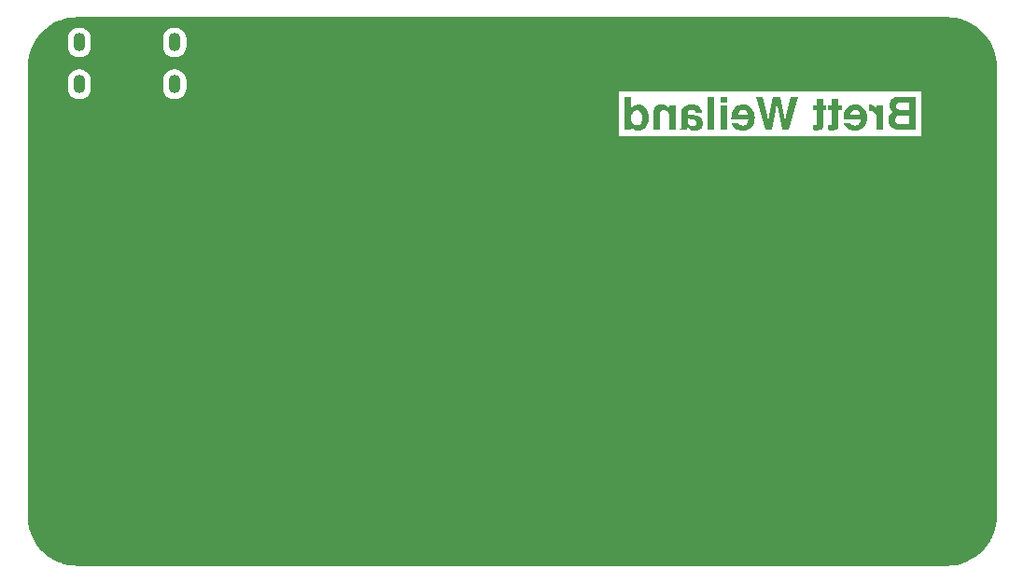
<source format=gbl>
%TF.GenerationSoftware,KiCad,Pcbnew,9.0.2*%
%TF.CreationDate,2025-07-13T16:06:34-05:00*%
%TF.ProjectId,stm32card,73746d33-3263-4617-9264-2e6b69636164,rev?*%
%TF.SameCoordinates,Original*%
%TF.FileFunction,Copper,L2,Bot*%
%TF.FilePolarity,Positive*%
%FSLAX46Y46*%
G04 Gerber Fmt 4.6, Leading zero omitted, Abs format (unit mm)*
G04 Created by KiCad (PCBNEW 9.0.2) date 2025-07-13 16:06:34*
%MOMM*%
%LPD*%
G01*
G04 APERTURE LIST*
%ADD10C,0.200000*%
%TA.AperFunction,ComponentPad*%
%ADD11O,1.100000X1.700000*%
%TD*%
%TA.AperFunction,ViaPad*%
%ADD12C,0.600000*%
%TD*%
G04 APERTURE END LIST*
D10*
G36*
X213619333Y-92270705D02*
G01*
X212250413Y-92270705D01*
X212023575Y-92260135D01*
X211821034Y-92229855D01*
X211634163Y-92170521D01*
X211477751Y-92078363D01*
X211359708Y-91971345D01*
X211262512Y-91841142D01*
X211187838Y-91694214D01*
X211142737Y-91534985D01*
X211127324Y-91360289D01*
X211130436Y-91322554D01*
X211764614Y-91322554D01*
X211778905Y-91459025D01*
X211818016Y-91563128D01*
X211879502Y-91642460D01*
X211965382Y-91701374D01*
X212088427Y-91739735D01*
X212274960Y-91754864D01*
X213016847Y-91754864D01*
X213016847Y-90945931D01*
X212264702Y-90945931D01*
X212079947Y-90961569D01*
X211959337Y-90997405D01*
X211874093Y-91050951D01*
X211814701Y-91120608D01*
X211777855Y-91209199D01*
X211764614Y-91322554D01*
X211130436Y-91322554D01*
X211141320Y-91190562D01*
X211181188Y-91044713D01*
X211245293Y-90918454D01*
X211334643Y-90809722D01*
X211449641Y-90721289D01*
X211594621Y-90652474D01*
X211456480Y-90566392D01*
X211365094Y-90479550D01*
X211289929Y-90359797D01*
X211242624Y-90213143D01*
X211231499Y-90094501D01*
X211828179Y-90094501D01*
X211843751Y-90217536D01*
X211885674Y-90304646D01*
X211952193Y-90365427D01*
X212038178Y-90406127D01*
X212144242Y-90432341D01*
X212274960Y-90441814D01*
X213016847Y-90441814D01*
X213016847Y-89761842D01*
X212352812Y-89761842D01*
X212143894Y-89775141D01*
X211992127Y-89810019D01*
X211902689Y-89870566D01*
X211848263Y-89961633D01*
X211828179Y-90094501D01*
X211231499Y-90094501D01*
X211225693Y-90032585D01*
X211241937Y-89857348D01*
X211288701Y-89704379D01*
X211365094Y-89569318D01*
X211463933Y-89461402D01*
X211587120Y-89374568D01*
X211738784Y-89308317D01*
X211924718Y-89264264D01*
X212152045Y-89246001D01*
X213619333Y-89246001D01*
X213619333Y-92270705D01*
G37*
G36*
X209432889Y-89972868D02*
G01*
X209405412Y-89972868D01*
X209355037Y-89972868D01*
X209355037Y-90570774D01*
X209453405Y-90570774D01*
X209523015Y-90570774D01*
X209696953Y-90587649D01*
X209827714Y-90633361D01*
X209925465Y-90704074D01*
X209996540Y-90801034D01*
X210030818Y-90890614D01*
X210054868Y-91019576D01*
X210064135Y-91199822D01*
X210064135Y-92270705D01*
X210652332Y-92270705D01*
X210652332Y-90031486D01*
X210094909Y-90031486D01*
X210094909Y-90421114D01*
X209957642Y-90216824D01*
X209859154Y-90111903D01*
X209742770Y-90036491D01*
X209602744Y-89989535D01*
X209432889Y-89972868D01*
G37*
G36*
X208362092Y-89993341D02*
G01*
X208562502Y-90052172D01*
X208739088Y-90147920D01*
X208895799Y-90282446D01*
X209018790Y-90444636D01*
X209110258Y-90641878D01*
X209168790Y-90881387D01*
X209189806Y-91172344D01*
X209174170Y-91427066D01*
X209130759Y-91637052D01*
X209063537Y-91809719D01*
X208974580Y-91951246D01*
X208863925Y-92066273D01*
X208693376Y-92187269D01*
X208512949Y-92272353D01*
X208320163Y-92323611D01*
X208111779Y-92341046D01*
X207904787Y-92326698D01*
X207724762Y-92285798D01*
X207567483Y-92220417D01*
X207429541Y-92131022D01*
X207308526Y-92016448D01*
X207198426Y-91872951D01*
X207131938Y-91739946D01*
X207101530Y-91614180D01*
X207697971Y-91614180D01*
X207750630Y-91705204D01*
X207806598Y-91768969D01*
X207887123Y-91825193D01*
X207983330Y-91859859D01*
X208099506Y-91872100D01*
X208210249Y-91862117D01*
X208306341Y-91833479D01*
X208390583Y-91786920D01*
X208474071Y-91710836D01*
X208537679Y-91610077D01*
X208581271Y-91478943D01*
X208601608Y-91309365D01*
X207072770Y-91309365D01*
X207076134Y-91037744D01*
X207086374Y-90922484D01*
X207679470Y-90922484D01*
X208587320Y-90922484D01*
X208557152Y-90782510D01*
X208509890Y-90669960D01*
X208447003Y-90579933D01*
X208364785Y-90511157D01*
X208261961Y-90468703D01*
X208132296Y-90453538D01*
X208012738Y-90467260D01*
X207909844Y-90506909D01*
X207819787Y-90572789D01*
X207750829Y-90660053D01*
X207703342Y-90774141D01*
X207679470Y-90922484D01*
X207086374Y-90922484D01*
X207091272Y-90867346D01*
X207128432Y-90696543D01*
X207185323Y-90543822D01*
X207261448Y-90406826D01*
X207368983Y-90268109D01*
X207491493Y-90159256D01*
X207630377Y-90077282D01*
X207782426Y-90020132D01*
X207948897Y-89984984D01*
X208132296Y-89972868D01*
X208362092Y-89993341D01*
G37*
G36*
X206910105Y-90465261D02*
G01*
X206910105Y-90054933D01*
X206598695Y-90054933D01*
X206598695Y-89421856D01*
X206020755Y-89421856D01*
X206020755Y-90054933D01*
X205657872Y-90054933D01*
X205657872Y-90465261D01*
X206020755Y-90465261D01*
X206020755Y-91653930D01*
X206009434Y-91777784D01*
X205985951Y-91826305D01*
X205932274Y-91848709D01*
X205772727Y-91860377D01*
X205716307Y-91857446D01*
X205657872Y-91848653D01*
X205657872Y-92282428D01*
X205934660Y-92305875D01*
X206149436Y-92299948D01*
X206307086Y-92270301D01*
X206420574Y-92223031D01*
X206500326Y-92161345D01*
X206552084Y-92087795D01*
X206586023Y-91986911D01*
X206598695Y-91849935D01*
X206598695Y-90465261D01*
X206910105Y-90465261D01*
G37*
G36*
X205512059Y-90465261D02*
G01*
X205512059Y-90054933D01*
X205200649Y-90054933D01*
X205200649Y-89421856D01*
X204622709Y-89421856D01*
X204622709Y-90054933D01*
X204259825Y-90054933D01*
X204259825Y-90465261D01*
X204622709Y-90465261D01*
X204622709Y-91653930D01*
X204611388Y-91777784D01*
X204587905Y-91826305D01*
X204534228Y-91848709D01*
X204374681Y-91860377D01*
X204318261Y-91857446D01*
X204259825Y-91848653D01*
X204259825Y-92282428D01*
X204536614Y-92305875D01*
X204751390Y-92299948D01*
X204909040Y-92270301D01*
X205022527Y-92223031D01*
X205102280Y-92161345D01*
X205154038Y-92087795D01*
X205187977Y-91986911D01*
X205200649Y-91849935D01*
X205200649Y-90465261D01*
X205512059Y-90465261D01*
G37*
G36*
X202258927Y-89246001D02*
G01*
X201859224Y-90977988D01*
X201773311Y-91460124D01*
X201685201Y-90988246D01*
X201344848Y-89246001D01*
X200678798Y-89246001D01*
X200320310Y-90977988D01*
X200227987Y-91460124D01*
X200135846Y-90996306D01*
X199732113Y-89246001D01*
X199090609Y-89246001D01*
X199941123Y-92270705D01*
X200543609Y-92270705D01*
X200908325Y-90501898D01*
X201014937Y-89916997D01*
X201121549Y-90501898D01*
X201486265Y-92270705D01*
X202072448Y-92270705D01*
X202929007Y-89246001D01*
X202258927Y-89246001D01*
G37*
G36*
X198177165Y-89993341D02*
G01*
X198377575Y-90052172D01*
X198554161Y-90147920D01*
X198710872Y-90282446D01*
X198833864Y-90444636D01*
X198925331Y-90641878D01*
X198983863Y-90881387D01*
X199004880Y-91172344D01*
X198989244Y-91427066D01*
X198945833Y-91637052D01*
X198878611Y-91809719D01*
X198789653Y-91951246D01*
X198678999Y-92066273D01*
X198508450Y-92187269D01*
X198328022Y-92272353D01*
X198135236Y-92323611D01*
X197926853Y-92341046D01*
X197719860Y-92326698D01*
X197539835Y-92285798D01*
X197382556Y-92220417D01*
X197244614Y-92131022D01*
X197123599Y-92016448D01*
X197013499Y-91872951D01*
X196947011Y-91739946D01*
X196916603Y-91614180D01*
X197513044Y-91614180D01*
X197565703Y-91705204D01*
X197621671Y-91768969D01*
X197702196Y-91825193D01*
X197798403Y-91859859D01*
X197914579Y-91872100D01*
X198025322Y-91862117D01*
X198121414Y-91833479D01*
X198205656Y-91786920D01*
X198289145Y-91710836D01*
X198352752Y-91610077D01*
X198396344Y-91478943D01*
X198416682Y-91309365D01*
X196887844Y-91309365D01*
X196891208Y-91037744D01*
X196901447Y-90922484D01*
X197494543Y-90922484D01*
X198402393Y-90922484D01*
X198372225Y-90782510D01*
X198324963Y-90669960D01*
X198262076Y-90579933D01*
X198179858Y-90511157D01*
X198077034Y-90468703D01*
X197947369Y-90453538D01*
X197827811Y-90467260D01*
X197724917Y-90506909D01*
X197634860Y-90572789D01*
X197565902Y-90660053D01*
X197518416Y-90774141D01*
X197494543Y-90922484D01*
X196901447Y-90922484D01*
X196906345Y-90867346D01*
X196943506Y-90696543D01*
X197000396Y-90543822D01*
X197076521Y-90406826D01*
X197184056Y-90268109D01*
X197306566Y-90159256D01*
X197445450Y-90077282D01*
X197597500Y-90020132D01*
X197763970Y-89984984D01*
X197947369Y-89972868D01*
X198177165Y-89993341D01*
G37*
G36*
X195895180Y-89773566D02*
G01*
X196487407Y-89773566D01*
X196487407Y-89246001D01*
X195895180Y-89246001D01*
X195895180Y-89773566D01*
G37*
G36*
X196487407Y-90031486D02*
G01*
X195895180Y-90031486D01*
X195895180Y-92270705D01*
X196487407Y-92270705D01*
X196487407Y-90031486D01*
G37*
G36*
X194732706Y-92270705D02*
G01*
X195316874Y-92270705D01*
X195316874Y-89246001D01*
X194732706Y-89246001D01*
X194732706Y-92270705D01*
G37*
G36*
X193516265Y-89987225D02*
G01*
X193705324Y-90026817D01*
X193858133Y-90087679D01*
X193980988Y-90167716D01*
X194078562Y-90266875D01*
X194159212Y-90398906D01*
X194214484Y-90556941D01*
X194242510Y-90746629D01*
X193679042Y-90746629D01*
X193646725Y-90628056D01*
X193596977Y-90543480D01*
X193532232Y-90490307D01*
X193438148Y-90455155D01*
X193304068Y-90441814D01*
X193132188Y-90456869D01*
X193024349Y-90494387D01*
X192972718Y-90537195D01*
X192940713Y-90598520D01*
X192928911Y-90685080D01*
X192942235Y-90752852D01*
X192981828Y-90807462D01*
X193053841Y-90852142D01*
X193135637Y-90878003D01*
X193285567Y-90903799D01*
X193484320Y-90928529D01*
X193709282Y-90967788D01*
X193876138Y-91016944D01*
X193996680Y-91072877D01*
X194110715Y-91155974D01*
X194197832Y-91254879D01*
X194260880Y-91371442D01*
X194300349Y-91509185D01*
X194314318Y-91672981D01*
X194300712Y-91830700D01*
X194262354Y-91962542D01*
X194201174Y-92073417D01*
X194116664Y-92166840D01*
X193976008Y-92262138D01*
X193811127Y-92320559D01*
X193615478Y-92341046D01*
X193459894Y-92328599D01*
X193318670Y-92292337D01*
X193189213Y-92232786D01*
X193040128Y-92130957D01*
X192910410Y-92010403D01*
X192894107Y-92144675D01*
X192857287Y-92270705D01*
X192221828Y-92270705D01*
X192221828Y-92200363D01*
X192273326Y-92167659D01*
X192308107Y-92129471D01*
X192329072Y-92075992D01*
X192342912Y-91965889D01*
X192346942Y-91705404D01*
X192346942Y-91397292D01*
X192930926Y-91397292D01*
X192945901Y-91546778D01*
X192980208Y-91659903D01*
X193030462Y-91744612D01*
X193095973Y-91806704D01*
X193206125Y-91869520D01*
X193321132Y-91906562D01*
X193443287Y-91918995D01*
X193554541Y-91901642D01*
X193645153Y-91851401D01*
X193689211Y-91800451D01*
X193717579Y-91729629D01*
X193728135Y-91632132D01*
X193712373Y-91526191D01*
X193667826Y-91444358D01*
X193592947Y-91380623D01*
X193498811Y-91340175D01*
X193328615Y-91299473D01*
X193197456Y-91274560D01*
X193042667Y-91234077D01*
X192930926Y-91176924D01*
X192930926Y-91397292D01*
X192346942Y-91397292D01*
X192346942Y-90672257D01*
X192367323Y-90473096D01*
X192423044Y-90321083D01*
X192510377Y-90205228D01*
X192631790Y-90119047D01*
X192826549Y-90039167D01*
X193042432Y-89989917D01*
X193283369Y-89972868D01*
X193516265Y-89987225D01*
G37*
G36*
X190591874Y-89972868D02*
G01*
X190367256Y-89994407D01*
X190181000Y-90055174D01*
X190025291Y-90152753D01*
X189934468Y-90249844D01*
X189866095Y-90377295D01*
X189821371Y-90542565D01*
X189804923Y-90755605D01*
X189804923Y-92270705D01*
X190403379Y-92270705D01*
X190403379Y-90900136D01*
X190416822Y-90733684D01*
X190450457Y-90627194D01*
X190501654Y-90552882D01*
X190570417Y-90499695D01*
X190660479Y-90465884D01*
X190778353Y-90453538D01*
X190919887Y-90470629D01*
X191030853Y-90518357D01*
X191118505Y-90595789D01*
X191186116Y-90707795D01*
X191227745Y-90852848D01*
X191243452Y-91051078D01*
X191243452Y-92270705D01*
X191825605Y-92270705D01*
X191825605Y-90031486D01*
X191261954Y-90031486D01*
X191261954Y-90352604D01*
X191145471Y-90198058D01*
X191048913Y-90106957D01*
X190922372Y-90034347D01*
X190771945Y-89988954D01*
X190591874Y-89972868D01*
G37*
G36*
X187824358Y-90312671D02*
G01*
X187938090Y-90170009D01*
X188080630Y-90062993D01*
X188188975Y-90013556D01*
X188308368Y-89983300D01*
X188441132Y-89972868D01*
X188654658Y-89994356D01*
X188839573Y-90056210D01*
X189001844Y-90157715D01*
X189145284Y-90302412D01*
X189255200Y-90472169D01*
X189337298Y-90674979D01*
X189389768Y-90917164D01*
X189408517Y-91206416D01*
X189390354Y-91453878D01*
X189338511Y-91669119D01*
X189255364Y-91857397D01*
X189141071Y-92022859D01*
X188996038Y-92164897D01*
X188840020Y-92262750D01*
X188670207Y-92321146D01*
X188482165Y-92341046D01*
X188325753Y-92330287D01*
X188194675Y-92300127D01*
X188084660Y-92252753D01*
X187985651Y-92185164D01*
X187890840Y-92092269D01*
X187799811Y-91969919D01*
X187799811Y-92270705D01*
X187232130Y-92270705D01*
X187232130Y-91190113D01*
X187808055Y-91190113D01*
X187823852Y-91384248D01*
X187867901Y-91543207D01*
X187937198Y-91673714D01*
X188008989Y-91755203D01*
X188093788Y-91812599D01*
X188194129Y-91847936D01*
X188314187Y-91860377D01*
X188434284Y-91847765D01*
X188533272Y-91812123D01*
X188615685Y-91754442D01*
X188684215Y-91672615D01*
X188748872Y-91541856D01*
X188790780Y-91377498D01*
X188806031Y-91171429D01*
X188791559Y-90980895D01*
X188750801Y-90820481D01*
X188686230Y-90684897D01*
X188618097Y-90599414D01*
X188534979Y-90539210D01*
X188433997Y-90501942D01*
X188310157Y-90488709D01*
X188202113Y-90500837D01*
X188104652Y-90536503D01*
X188015051Y-90596603D01*
X187930112Y-90692177D01*
X187865801Y-90817653D01*
X187823595Y-90980415D01*
X187808055Y-91190113D01*
X187232130Y-91190113D01*
X187232130Y-89246001D01*
X187824358Y-89246001D01*
X187824358Y-90312671D01*
G37*
D11*
%TO.P,J1,SH1*%
%TO.N,N/C*%
X146394466Y-88130000D03*
%TO.P,J1,SH2*%
X146394466Y-84330000D03*
%TO.P,J1,SH3*%
X137754466Y-88130000D03*
%TO.P,J1,SH4*%
X137754466Y-84330000D03*
%TD*%
D12*
%TO.N,GND*%
X158916359Y-119650083D03*
X158942524Y-124466081D03*
X152584938Y-117979096D03*
X155595108Y-118009222D03*
X157946956Y-90598344D03*
X152033625Y-91911028D03*
X166274878Y-84324324D03*
X149013148Y-97243090D03*
X153357396Y-116219587D03*
X158972471Y-111099870D03*
X152485096Y-107869279D03*
X160764492Y-107195974D03*
X159063103Y-114460088D03*
X155524703Y-126021147D03*
X157430120Y-127765370D03*
X165214859Y-126721370D03*
X174846241Y-121979062D03*
X176199643Y-104035534D03*
X169057760Y-124580880D03*
X156894461Y-111915048D03*
X177516540Y-116398550D03*
X176199643Y-102635534D03*
X182290644Y-120535261D03*
X169851399Y-128690445D03*
X142831133Y-92805534D03*
X182194361Y-122410210D03*
X176171148Y-106135534D03*
X182306799Y-118016635D03*
X144821338Y-86750857D03*
X141331133Y-92805534D03*
X173978553Y-125380962D03*
X139328918Y-86794310D03*
X167264504Y-117363432D03*
X181015522Y-123111621D03*
X176964712Y-128478655D03*
X170163611Y-115257278D03*
%TD*%
%TA.AperFunction,Conductor*%
%TO.N,GND*%
G36*
X216398577Y-82036035D02*
G01*
X216461766Y-82036034D01*
X216467171Y-82036151D01*
X216815625Y-82051363D01*
X216821597Y-82051769D01*
X216902062Y-82059226D01*
X216906768Y-82059754D01*
X217211663Y-82099892D01*
X217218202Y-82100933D01*
X217292905Y-82114897D01*
X217296808Y-82115694D01*
X217602641Y-82183494D01*
X217609707Y-82185281D01*
X217673974Y-82203567D01*
X217677319Y-82204569D01*
X217985278Y-82301667D01*
X217992705Y-82304274D01*
X218040739Y-82322882D01*
X218043274Y-82323898D01*
X218356329Y-82453569D01*
X218364102Y-82457108D01*
X218386553Y-82468287D01*
X218388204Y-82469128D01*
X218709395Y-82636329D01*
X218709416Y-82636340D01*
X218718783Y-82641747D01*
X219040698Y-82846829D01*
X219040719Y-82846842D01*
X219049580Y-82853047D01*
X219352404Y-83085412D01*
X219360685Y-83092361D01*
X219642110Y-83350240D01*
X219649759Y-83357889D01*
X219907638Y-83639314D01*
X219914592Y-83647601D01*
X220146952Y-83950419D01*
X220153157Y-83959280D01*
X220358248Y-84281210D01*
X220363656Y-84290578D01*
X220530793Y-84611647D01*
X220531805Y-84613633D01*
X220542880Y-84635875D01*
X220546440Y-84643694D01*
X220676074Y-84956662D01*
X220677139Y-84959318D01*
X220695708Y-85007248D01*
X220698343Y-85014757D01*
X220795424Y-85322665D01*
X220796429Y-85326016D01*
X220814715Y-85390281D01*
X220816510Y-85397379D01*
X220884287Y-85703110D01*
X220885115Y-85707164D01*
X220899060Y-85781766D01*
X220900110Y-85788365D01*
X220940243Y-86093219D01*
X220940775Y-86097962D01*
X220948226Y-86178369D01*
X220948637Y-86184403D01*
X220963847Y-86532827D01*
X220963965Y-86538235D01*
X220963965Y-86611410D01*
X220963966Y-86611423D01*
X220963966Y-127332823D01*
X220963848Y-127338233D01*
X220948633Y-127686637D01*
X220948222Y-127692667D01*
X220940770Y-127773096D01*
X220940238Y-127777842D01*
X220900108Y-128082643D01*
X220899058Y-128089242D01*
X220885093Y-128163947D01*
X220884265Y-128168001D01*
X220816510Y-128473619D01*
X220814715Y-128480714D01*
X220796384Y-128545141D01*
X220795379Y-128548495D01*
X220698357Y-128856204D01*
X220695723Y-128863709D01*
X220677022Y-128911983D01*
X220675956Y-128914643D01*
X220546477Y-129227232D01*
X220542916Y-129235051D01*
X220531511Y-129257955D01*
X220530501Y-129259940D01*
X220490534Y-129336716D01*
X220363628Y-129580499D01*
X220358227Y-129589853D01*
X220153142Y-129911771D01*
X220146938Y-129920632D01*
X219914572Y-130223458D01*
X219907619Y-130231745D01*
X219649741Y-130513171D01*
X219642092Y-130520820D01*
X219360667Y-130778701D01*
X219352380Y-130785654D01*
X219049563Y-131018016D01*
X219040702Y-131024221D01*
X218718772Y-131229316D01*
X218709403Y-131234725D01*
X218391137Y-131400405D01*
X218389150Y-131401417D01*
X218363361Y-131414258D01*
X218355545Y-131417818D01*
X218045846Y-131546103D01*
X218043186Y-131547169D01*
X217991769Y-131567088D01*
X217984264Y-131569721D01*
X217679797Y-131665723D01*
X217676443Y-131666729D01*
X217608469Y-131686070D01*
X217601373Y-131687864D01*
X217299284Y-131754838D01*
X217295229Y-131755667D01*
X217216696Y-131770347D01*
X217210099Y-131771397D01*
X216909075Y-131811031D01*
X216904329Y-131811563D01*
X216819749Y-131819400D01*
X216813719Y-131819811D01*
X216467894Y-131834916D01*
X216462483Y-131835034D01*
X137567177Y-131835034D01*
X137561767Y-131834916D01*
X137214749Y-131819762D01*
X137208718Y-131819351D01*
X137125163Y-131811609D01*
X137120418Y-131811077D01*
X136818576Y-131771337D01*
X136811977Y-131770287D01*
X136734116Y-131755732D01*
X136730062Y-131754904D01*
X136427451Y-131687815D01*
X136420355Y-131686020D01*
X136352685Y-131666766D01*
X136349332Y-131665761D01*
X136044703Y-131569711D01*
X136037214Y-131567082D01*
X135985592Y-131547084D01*
X135982935Y-131546019D01*
X135673549Y-131417867D01*
X135665727Y-131414304D01*
X135639186Y-131401087D01*
X135637204Y-131400078D01*
X135376627Y-131264431D01*
X135319516Y-131234700D01*
X135310170Y-131229305D01*
X134988236Y-131024209D01*
X134979383Y-131018010D01*
X134676540Y-130785630D01*
X134668253Y-130778676D01*
X134386840Y-130520808D01*
X134379191Y-130513159D01*
X134121323Y-130231746D01*
X134114369Y-130223459D01*
X133881989Y-129920616D01*
X133875785Y-129911755D01*
X133670704Y-129589844D01*
X133665295Y-129580476D01*
X133499847Y-129262655D01*
X133498967Y-129260928D01*
X133485681Y-129234246D01*
X133482144Y-129226480D01*
X133353986Y-128917079D01*
X133352921Y-128914421D01*
X133332911Y-128862769D01*
X133330293Y-128855309D01*
X133234239Y-128550671D01*
X133233237Y-128547329D01*
X133213968Y-128479606D01*
X133212191Y-128472581D01*
X133145086Y-128169894D01*
X133144272Y-128165911D01*
X133129707Y-128087998D01*
X133128666Y-128081454D01*
X133088915Y-127779530D01*
X133088393Y-127774875D01*
X133080648Y-127691285D01*
X133080237Y-127685254D01*
X133065084Y-127338233D01*
X133064966Y-127332824D01*
X133064966Y-92846534D01*
X186726630Y-92846534D01*
X214124833Y-92846534D01*
X214124833Y-88740501D01*
X186726630Y-88740501D01*
X186726630Y-92846534D01*
X133064966Y-92846534D01*
X133064966Y-87726530D01*
X136703966Y-87726530D01*
X136703966Y-88533469D01*
X136744334Y-88736412D01*
X136744336Y-88736420D01*
X136823524Y-88927596D01*
X136938490Y-89099657D01*
X137084808Y-89245975D01*
X137084811Y-89245977D01*
X137256868Y-89360941D01*
X137448046Y-89440130D01*
X137650996Y-89480499D01*
X137651000Y-89480500D01*
X137651001Y-89480500D01*
X137857932Y-89480500D01*
X137857933Y-89480499D01*
X138060886Y-89440130D01*
X138252064Y-89360941D01*
X138424121Y-89245977D01*
X138570443Y-89099655D01*
X138685407Y-88927598D01*
X138764596Y-88736420D01*
X138804966Y-88533465D01*
X138804966Y-87726535D01*
X138804965Y-87726530D01*
X145343966Y-87726530D01*
X145343966Y-88533469D01*
X145384334Y-88736412D01*
X145384336Y-88736420D01*
X145463524Y-88927596D01*
X145578490Y-89099657D01*
X145724808Y-89245975D01*
X145724811Y-89245977D01*
X145896868Y-89360941D01*
X146088046Y-89440130D01*
X146290996Y-89480499D01*
X146291000Y-89480500D01*
X146291001Y-89480500D01*
X146497932Y-89480500D01*
X146497933Y-89480499D01*
X146700886Y-89440130D01*
X146892064Y-89360941D01*
X147064121Y-89245977D01*
X147210443Y-89099655D01*
X147325407Y-88927598D01*
X147404596Y-88736420D01*
X147444966Y-88533465D01*
X147444966Y-87726535D01*
X147404596Y-87523580D01*
X147325407Y-87332402D01*
X147210443Y-87160345D01*
X147210441Y-87160342D01*
X147064123Y-87014024D01*
X146978092Y-86956541D01*
X146892064Y-86899059D01*
X146700886Y-86819870D01*
X146700878Y-86819868D01*
X146497935Y-86779500D01*
X146497931Y-86779500D01*
X146291001Y-86779500D01*
X146290996Y-86779500D01*
X146088053Y-86819868D01*
X146088045Y-86819870D01*
X145896869Y-86899058D01*
X145724808Y-87014024D01*
X145578490Y-87160342D01*
X145463524Y-87332403D01*
X145384336Y-87523579D01*
X145384334Y-87523587D01*
X145343966Y-87726530D01*
X138804965Y-87726530D01*
X138764596Y-87523580D01*
X138685407Y-87332402D01*
X138570443Y-87160345D01*
X138570441Y-87160342D01*
X138424123Y-87014024D01*
X138338092Y-86956541D01*
X138252064Y-86899059D01*
X138060886Y-86819870D01*
X138060878Y-86819868D01*
X137857935Y-86779500D01*
X137857931Y-86779500D01*
X137651001Y-86779500D01*
X137650996Y-86779500D01*
X137448053Y-86819868D01*
X137448045Y-86819870D01*
X137256869Y-86899058D01*
X137084808Y-87014024D01*
X136938490Y-87160342D01*
X136823524Y-87332403D01*
X136744336Y-87523579D01*
X136744334Y-87523587D01*
X136703966Y-87726530D01*
X133064966Y-87726530D01*
X133064966Y-86601421D01*
X133064967Y-86601418D01*
X133064966Y-86538225D01*
X133065084Y-86532821D01*
X133080359Y-86182836D01*
X133080770Y-86176802D01*
X133087904Y-86099816D01*
X133088421Y-86095206D01*
X133128994Y-85786994D01*
X133130027Y-85780500D01*
X133143377Y-85709087D01*
X133144157Y-85705270D01*
X133212670Y-85396209D01*
X133214438Y-85389217D01*
X133231805Y-85328181D01*
X133232774Y-85324949D01*
X133330893Y-85013747D01*
X133333494Y-85006335D01*
X133350759Y-84961768D01*
X133351742Y-84959318D01*
X133482838Y-84642812D01*
X133486353Y-84635095D01*
X133495635Y-84616456D01*
X133496496Y-84614763D01*
X133665267Y-84290553D01*
X133670662Y-84281210D01*
X133875767Y-83959255D01*
X133881957Y-83950416D01*
X133900285Y-83926530D01*
X136703966Y-83926530D01*
X136703966Y-84733469D01*
X136744334Y-84936412D01*
X136744336Y-84936420D01*
X136823524Y-85127596D01*
X136938490Y-85299657D01*
X137084808Y-85445975D01*
X137084811Y-85445977D01*
X137256868Y-85560941D01*
X137448046Y-85640130D01*
X137650996Y-85680499D01*
X137651000Y-85680500D01*
X137651001Y-85680500D01*
X137857932Y-85680500D01*
X137857933Y-85680499D01*
X138060886Y-85640130D01*
X138252064Y-85560941D01*
X138424121Y-85445977D01*
X138570443Y-85299655D01*
X138685407Y-85127598D01*
X138764596Y-84936420D01*
X138804966Y-84733465D01*
X138804966Y-83926535D01*
X138804965Y-83926530D01*
X145343966Y-83926530D01*
X145343966Y-84733469D01*
X145384334Y-84936412D01*
X145384336Y-84936420D01*
X145463524Y-85127596D01*
X145578490Y-85299657D01*
X145724808Y-85445975D01*
X145724811Y-85445977D01*
X145896868Y-85560941D01*
X146088046Y-85640130D01*
X146290996Y-85680499D01*
X146291000Y-85680500D01*
X146291001Y-85680500D01*
X146497932Y-85680500D01*
X146497933Y-85680499D01*
X146700886Y-85640130D01*
X146892064Y-85560941D01*
X147064121Y-85445977D01*
X147210443Y-85299655D01*
X147325407Y-85127598D01*
X147404596Y-84936420D01*
X147444966Y-84733465D01*
X147444966Y-83926535D01*
X147404596Y-83723580D01*
X147325407Y-83532402D01*
X147210443Y-83360345D01*
X147210441Y-83360342D01*
X147064123Y-83214024D01*
X146978092Y-83156541D01*
X146892064Y-83099059D01*
X146867072Y-83088707D01*
X146700886Y-83019870D01*
X146700878Y-83019868D01*
X146497935Y-82979500D01*
X146497931Y-82979500D01*
X146291001Y-82979500D01*
X146290996Y-82979500D01*
X146088053Y-83019868D01*
X146088045Y-83019870D01*
X145896869Y-83099058D01*
X145724808Y-83214024D01*
X145578490Y-83360342D01*
X145463524Y-83532403D01*
X145384336Y-83723579D01*
X145384334Y-83723587D01*
X145343966Y-83926530D01*
X138804965Y-83926530D01*
X138764596Y-83723580D01*
X138685407Y-83532402D01*
X138570443Y-83360345D01*
X138570441Y-83360342D01*
X138424123Y-83214024D01*
X138338092Y-83156541D01*
X138252064Y-83099059D01*
X138227072Y-83088707D01*
X138060886Y-83019870D01*
X138060878Y-83019868D01*
X137857935Y-82979500D01*
X137857931Y-82979500D01*
X137651001Y-82979500D01*
X137650996Y-82979500D01*
X137448053Y-83019868D01*
X137448045Y-83019870D01*
X137256869Y-83099058D01*
X137084808Y-83214024D01*
X136938490Y-83360342D01*
X136823524Y-83532403D01*
X136744336Y-83723579D01*
X136744334Y-83723587D01*
X136703966Y-83926530D01*
X133900285Y-83926530D01*
X134114328Y-83647583D01*
X134121278Y-83639300D01*
X134379167Y-83357862D01*
X134386793Y-83350236D01*
X134668235Y-83092343D01*
X134676519Y-83085394D01*
X134979348Y-82853026D01*
X134988187Y-82846836D01*
X135310144Y-82641729D01*
X135319485Y-82636336D01*
X135642966Y-82467945D01*
X135644632Y-82467097D01*
X135664219Y-82457344D01*
X135671960Y-82453818D01*
X135987542Y-82323104D01*
X135989994Y-82322121D01*
X136035571Y-82304465D01*
X136042940Y-82301880D01*
X136353181Y-82204064D01*
X136356392Y-82203101D01*
X136418488Y-82185433D01*
X136425534Y-82183652D01*
X136733506Y-82115381D01*
X136737352Y-82114595D01*
X136809842Y-82101045D01*
X136816422Y-82099998D01*
X137123432Y-82059584D01*
X137128087Y-82059062D01*
X137206324Y-82051813D01*
X137212310Y-82051405D01*
X137561804Y-82036151D01*
X137567201Y-82036034D01*
X137630349Y-82036035D01*
X137630353Y-82036034D01*
X216398573Y-82036034D01*
X216398577Y-82036035D01*
G37*
%TD.AperFunction*%
%TD*%
M02*

</source>
